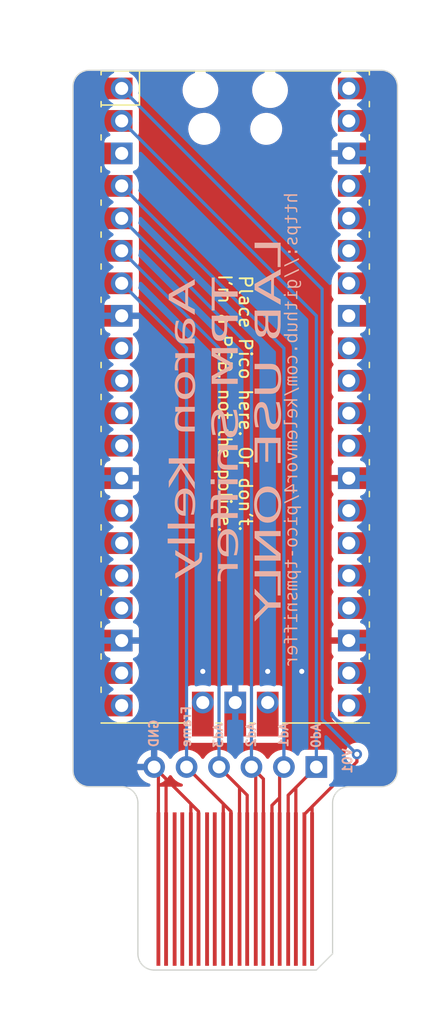
<source format=kicad_pcb>
(kicad_pcb (version 20240108) (generator "pcbnew") (generator_version "8.0")
  (layers (0 "F.Cu" signal) (31 "B.Cu" signal) (34 "B.Paste" user) (35 "F.Paste" user) (36 "B.SilkS" user "B.Silkscreen") (37 "F.SilkS" user "F.Silkscreen") (38 "B.Mask" user) (39 "F.Mask" user) (44 "Edge.Cuts" user))
  (net 0 "")
  (net 1 "Net-(U1-GPIO0)")
  (net 31 "GND")
  (net 33 "/LADD0")
  (net 34 "/LADD1")
  (net 35 "/LADD2")
  (net 36 "/LADD3")
  (net 37 "/LFRAME")
  (footprint "A1_TPM_Lib:pogo-p50-b1" (layer "F.Cu") (at 123.19 118.85)
    (property "Reference" "TP3" (hide yes))
    (property "Value" "LADD1")
    (pad "1" smd rect (at -0.3 6) (size 0.3 12) (layers "F.Cu" "F.Paste" "F.Mask") (net 34 "/LADD1"))
    (pad "1" smd rect (at 0.3 6) (size 0.3 12) (layers "F.Cu" "F.Paste" "F.Mask") (net 34 "/LADD1"))
  )
  (footprint "A1_TPM_Lib:pogo-p50-b1" (layer "F.Cu") (at 116.84 118.85)
    (property "Reference" "TP8" (hide yes))
    (property "Value" "GND")
    (pad "1" smd rect (at -0.3 6) (size 0.3 12) (layers "F.Cu" "F.Paste" "F.Mask") (net 31 "GND"))
    (pad "1" smd rect (at 0.3 6) (size 0.3 12) (layers "F.Cu" "F.Paste" "F.Mask") (net 31 "GND"))
  )
  (footprint "A1_TPM_Lib:pogo-p50-b1" (layer "F.Cu") (at 119.38 118.85)
    (property "Reference" "TP6" (hide yes))
    (property "Value" "LFRAME")
    (pad "1" smd rect (at -0.3 6) (size 0.3 12) (layers "F.Cu" "F.Paste" "F.Mask") (net 37 "/LFRAME"))
    (pad "1" smd rect (at 0.3 6) (size 0.3 12) (layers "F.Cu" "F.Paste" "F.Mask") (net 37 "/LFRAME"))
  )
  (footprint "MCU_RaspberryPi_and_Boards:RPi_Pico_SMD_TH" (layer "F.Cu") (at 120.015 86.36)
    (property "Reference" "U1" (hide yes))
    (property "Value" "Pico")
    (fp_line (start -10.5 -25.5) (end -10.5 -25.2) (stroke (width 0.12)) (layer "F.SilkS"))
    (fp_line (start -10.5 -25.5) (end 10.5 -25.5) (stroke (width 0.12)) (layer "F.SilkS"))
    (fp_line (start -10.5 -23.1) (end -10.5 -22.7) (stroke (width 0.12)) (layer "F.SilkS"))
    (fp_line (start -10.5 -22.833) (end -7.493 -22.833) (stroke (width 0.12)) (layer "F.SilkS"))
    (fp_line (start -10.5 -20.5) (end -10.5 -20.1) (stroke (width 0.12)) (layer "F.SilkS"))
    (fp_line (start -10.5 -18) (end -10.5 -17.6) (stroke (width 0.12)) (layer "F.SilkS"))
    (fp_line (start -10.5 -15.4) (end -10.5 -15) (stroke (width 0.12)) (layer "F.SilkS"))
    (fp_line (start -10.5 -12.9) (end -10.5 -12.5) (stroke (width 0.12)) (layer "F.SilkS"))
    (fp_line (start -10.5 -10.4) (end -10.5 -10) (stroke (width 0.12)) (layer "F.SilkS"))
    (fp_line (start -10.5 -7.8) (end -10.5 -7.4) (stroke (width 0.12)) (layer "F.SilkS"))
    (fp_line (start -10.5 -5.3) (end -10.5 -4.9) (stroke (width 0.12)) (layer "F.SilkS"))
    (fp_line (start -10.5 -2.7) (end -10.5 -2.3) (stroke (width 0.12)) (layer "F.SilkS"))
    (fp_line (start -10.5 -0.2) (end -10.5 0.2) (stroke (width 0.12)) (layer "F.SilkS"))
    (fp_line (start -10.5 2.3) (end -10.5 2.7) (stroke (width 0.12)) (layer "F.SilkS"))
    (fp_line (start -10.5 4.9) (end -10.5 5.3) (stroke (width 0.12)) (layer "F.SilkS"))
    (fp_line (start -10.5 7.4) (end -10.5 7.8) (stroke (width 0.12)) (layer "F.SilkS"))
    (fp_line (start -10.5 10) (end -10.5 10.4) (stroke (width 0.12)) (layer "F.SilkS"))
    (fp_line (start -10.5 12.5) (end -10.5 12.9) (stroke (width 0.12)) (layer "F.SilkS"))
    (fp_line (start -10.5 15.1) (end -10.5 15.5) (stroke (width 0.12)) (layer "F.SilkS"))
    (fp_line (start -10.5 17.6) (end -10.5 18) (stroke (width 0.12)) (layer "F.SilkS"))
    (fp_line (start -10.5 20.1) (end -10.5 20.5) (stroke (width 0.12)) (layer "F.SilkS"))
    (fp_line (start -10.5 22.7) (end -10.5 23.1) (stroke (width 0.12)) (layer "F.SilkS"))
    (fp_line (start -7.493 -22.833) (end -7.493 -25.5) (stroke (width 0.12)) (layer "F.SilkS"))
    (fp_line (start -3.7 25.5) (end -10.5 25.5) (stroke (width 0.12)) (layer "F.SilkS"))
    (fp_line (start -1.5 25.5) (end -1.1 25.5) (stroke (width 0.12)) (layer "F.SilkS"))
    (fp_line (start 1.1 25.5) (end 1.5 25.5) (stroke (width 0.12)) (layer "F.SilkS"))
    (fp_line (start 10.5 -25.5) (end 10.5 -25.2) (stroke (width 0.12)) (layer "F.SilkS"))
    (fp_line (start 10.5 -23.1) (end 10.5 -22.7) (stroke (width 0.12)) (layer "F.SilkS"))
    (fp_line (start 10.5 -20.5) (end 10.5 -20.1) (stroke (width 0.12)) (layer "F.SilkS"))
    (fp_line (start 10.5 -18) (end 10.5 -17.6) (stroke (width 0.12)) (layer "F.SilkS"))
    (fp_line (start 10.5 -15.4) (end 10.5 -15) (stroke (width 0.12)) (layer "F.SilkS"))
    (fp_line (start 10.5 -12.9) (end 10.5 -12.5) (stroke (width 0.12)) (layer "F.SilkS"))
    (fp_line (start 10.5 -10.4) (end 10.5 -10) (stroke (width 0.12)) (layer "F.SilkS"))
    (fp_line (start 10.5 -7.8) (end 10.5 -7.4) (stroke (width 0.12)) (layer "F.SilkS"))
    (fp_line (start 10.5 -5.3) (end 10.5 -4.9) (stroke (width 0.12)) (layer "F.SilkS"))
    (fp_line (start 10.5 -2.7) (end 10.5 -2.3) (stroke (width 0.12)) (layer "F.SilkS"))
    (fp_line (start 10.5 -0.2) (end 10.5 0.2) (stroke (width 0.12)) (layer "F.SilkS"))
    (fp_line (start 10.5 2.3) (end 10.5 2.7) (stroke (width 0.12)) (layer "F.SilkS"))
    (fp_line (start 10.5 4.9) (end 10.5 5.3) (stroke (width 0.12)) (layer "F.SilkS"))
    (fp_line (start 10.5 7.4) (end 10.5 7.8) (stroke (width 0.12)) (layer "F.SilkS"))
    (fp_line (start 10.5 10) (end 10.5 10.4) (stroke (width 0.12)) (layer "F.SilkS"))
    (fp_line (start 10.5 12.5) (end 10.5 12.9) (stroke (width 0.12)) (layer "F.SilkS"))
    (fp_line (start 10.5 15.1) (end 10.5 15.5) (stroke (width 0.12)) (layer "F.SilkS"))
    (fp_line (start 10.5 17.6) (end 10.5 18) (stroke (width 0.12)) (layer "F.SilkS"))
    (fp_line (start 10.5 20.1) (end 10.5 20.5) (stroke (width 0.12)) (layer "F.SilkS"))
    (fp_line (start 10.5 22.7) (end 10.5 23.1) (stroke (width 0.12)) (layer "F.SilkS"))
    (fp_line (start 10.5 25.5) (end 3.7 25.5) (stroke (width 0.12)) (layer "F.SilkS"))
    (pad "" np_thru_hole oval (at -2.725 -24) (size 1.8 1.8) (drill 1.8) (layers "*.Cu" "*.Mask"))
    (pad "" np_thru_hole oval (at -2.425 -20.97) (size 1.5 1.5) (drill 1.5) (layers "*.Cu" "*.Mask"))
    (pad "" np_thru_hole oval (at 2.425 -20.97) (size 1.5 1.5) (drill 1.5) (layers "*.Cu" "*.Mask"))
    (pad "" np_thru_hole oval (at 2.725 -24) (size 1.8 1.8) (drill 1.8) (layers "*.Cu" "*.Mask"))
    (pad "1" thru_hole oval (at -8.89 -24.13) (size 1.7 1.7) (drill 1.02) (layers "*.Cu" "*.Mask") (net 1 "Net-(U1-GPIO0)"))
    (pad "1" smd rect (at -8.89 -24.13) (size 3.5 1.7) (drill (offset -0.9 0)) (layers "F.Cu" "F.Mask") (net 1 "Net-(U1-GPIO0)"))
    (pad "2" thru_hole oval (at -8.89 -21.59) (size 1.7 1.7) (drill 1.02) (layers "*.Cu" "*.Mask") (net 33 "/LADD0"))
    (pad "2" smd rect (at -8.89 -21.59) (size 3.5 1.7) (drill (offset -0.9 0)) (layers "F.Cu" "F.Mask") (net 33 "/LADD0"))
    (pad "3" thru_hole rect (at -8.89 -19.05) (size 1.7 1.7) (drill 1.02) (layers "*.Cu" "*.Mask"))
    (pad "3" smd rect (at -8.89 -19.05) (size 3.5 1.7) (drill (offset -0.9 0)) (layers "F.Cu" "F.Mask"))
    (pad "4" thru_hole oval (at -8.89 -16.51) (size 1.7 1.7) (drill 1.02) (layers "*.Cu" "*.Mask") (net 34 "/LADD1"))
    (pad "4" smd rect (at -8.89 -16.51) (size 3.5 1.7) (drill (offset -0.9 0)) (layers "F.Cu" "F.Mask") (net 34 "/LADD1"))
    (pad "5" thru_hole oval (at -8.89 -13.97) (size 1.7 1.7) (drill 1.02) (layers "*.Cu" "*.Mask") (net 35 "/LADD2"))
    (pad "5" smd rect (at -8.89 -13.97) (size 3.5 1.7) (drill (offset -0.9 0)) (layers "F.Cu" "F.Mask") (net 35 "/LADD2"))
    (pad "6" thru_hole oval (at -8.89 -11.43) (size 1.7 1.7) (drill 1.02) (layers "*.Cu" "*.Mask") (net 36 "/LADD3"))
    (pad "6" smd rect (at -8.89 -11.43) (size 3.5 1.7) (drill (offset -0.9 0)) (layers "F.Cu" "F.Mask") (net 36 "/LADD3"))
    (pad "7" thru_hole oval (at -8.89 -8.89) (size 1.7 1.7) (drill 1.02) (layers "*.Cu" "*.Mask") (net 37 "/LFRAME"))
    (pad "7" smd rect (at -8.89 -8.89) (size 3.5 1.7) (drill (offset -0.9 0)) (layers "F.Cu" "F.Mask") (net 37 "/LFRAME"))
    (pad "8" thru_hole rect (at -8.89 -6.35) (size 1.7 1.7) (drill 1.02) (layers "*.Cu" "*.Mask") (net 31 "GND"))
    (pad "8" smd rect (at -8.89 -6.35) (size 3.5 1.7) (drill (offset -0.9 0)) (layers "F.Cu" "F.Mask") (net 31 "GND"))
    (pad "9" thru_hole oval (at -8.89 -3.81) (size 1.7 1.7) (drill 1.02) (layers "*.Cu" "*.Mask"))
    (pad "9" smd rect (at -8.89 -3.81) (size 3.5 1.7) (drill (offset -0.9 0)) (layers "F.Cu" "F.Mask"))
    (pad "10" thru_hole oval (at -8.89 -1.27) (size 1.7 1.7) (drill 1.02) (layers "*.Cu" "*.Mask"))
    (pad "10" smd rect (at -8.89 -1.27) (size 3.5 1.7) (drill (offset -0.9 0)) (layers "F.Cu" "F.Mask"))
    (pad "11" thru_hole oval (at -8.89 1.27) (size 1.7 1.7) (drill 1.02) (layers "*.Cu" "*.Mask"))
    (pad "11" smd rect (at -8.89 1.27) (size 3.5 1.7) (drill (offset -0.9 0)) (layers "F.Cu" "F.Mask"))
    (pad "12" thru_hole oval (at -8.89 3.81) (size 1.7 1.7) (drill 1.02) (layers "*.Cu" "*.Mask"))
    (pad "12" smd rect (at -8.89 3.81) (size 3.5 1.7) (drill (offset -0.9 0)) (layers "F.Cu" "F.Mask"))
    (pad "13" thru_hole rect (at -8.89 6.35) (size 1.7 1.7) (drill 1.02) (layers "*.Cu" "*.Mask") (net 31 "GND"))
    (pad "13" smd rect (at -8.89 6.35) (size 3.5 1.7) (drill (offset -0.9 0)) (layers "F.Cu" "F.Mask") (net 31 "GND"))
    (pad "14" thru_hole oval (at -8.89 8.89) (size 1.7 1.7) (drill 1.02) (layers "*.Cu" "*.Mask"))
    (pad "14" smd rect (at -8.89 8.89) (size 3.5 1.7) (drill (offset -0.9 0)) (layers "F.Cu" "F.Mask"))
    (pad "15" thru_hole oval (at -8.89 11.43) (size 1.7 1.7) (drill 1.02) (layers "*.Cu" "*.Mask"))
    (pad "15" smd rect (at -8.89 11.43) (size 3.5 1.7) (drill (offset -0.9 0)) (layers "F.Cu" "F.Mask"))
    (pad "16" thru_hole oval (at -8.89 13.97) (size 1.7 1.7) (drill 1.02) (layers "*.Cu" "*.Mask"))
    (pad "16" smd rect (at -8.89 13.97) (size 3.5 1.7) (drill (offset -0.9 0)) (layers "F.Cu" "F.Mask"))
    (pad "17" thru_hole oval (at -8.89 16.51) (size 1.7 1.7) (drill 1.02) (layers "*.Cu" "*.Mask"))
    (pad "17" smd rect (at -8.89 16.51) (size 3.5 1.7) (drill (offset -0.9 0)) (layers "F.Cu" "F.Mask"))
    (pad "18" thru_hole rect (at -8.89 19.05) (size 1.7 1.7) (drill 1.02) (layers "*.Cu" "*.Mask") (net 31 "GND"))
    (pad "18" smd rect (at -8.89 19.05) (size 3.5 1.7) (drill (offset -0.9 0)) (layers "F.Cu" "F.Mask") (net 31 "GND"))
    (pad "19" thru_hole oval (at -8.89 21.59) (size 1.7 1.7) (drill 1.02) (layers "*.Cu" "*.Mask"))
    (pad "19" smd rect (at -8.89 21.59) (size 3.5 1.7) (drill (offset -0.9 0)) (layers "F.Cu" "F.Mask"))
    (pad "20" thru_hole oval (at -8.89 24.13) (size 1.7 1.7) (drill 1.02) (layers "*.Cu" "*.Mask"))
    (pad "20" smd rect (at -8.89 24.13) (size 3.5 1.7) (drill (offset -0.9 0)) (layers "F.Cu" "F.Mask"))
    (pad "21" thru_hole oval (at 8.89 24.13) (size 1.7 1.7) (drill 1.02) (layers "*.Cu" "*.Mask"))
    (pad "21" smd rect (at 8.89 24.13) (size 3.5 1.7) (drill (offset 0.9 0)) (layers "F.Cu" "F.Mask"))
    (pad "22" thru_hole oval (at 8.89 21.59) (size 1.7 1.7) (drill 1.02) (layers "*.Cu" "*.Mask"))
    (pad "22" smd rect (at 8.89 21.59) (size 3.5 1.7) (drill (offset 0.9 0)) (layers "F.Cu" "F.Mask"))
    (pad "23" thru_hole rect (at 8.89 19.05) (size 1.7 1.7) (drill 1.02) (layers "*.Cu" "*.Mask") (net 31 "GND"))
    (pad "23" smd rect (at 8.89 19.05) (size 3.5 1.7) (drill (offset 0.9 0)) (layers "F.Cu" "F.Mask") (net 31 "GND"))
    (pad "24" thru_hole oval (at 8.89 16.51) (size 1.7 1.7) (drill 1.02) (layers "*.Cu" "*.Mask"))
    (pad "24" smd rect (at 8.89 16.51) (size 3.5 1.7) (drill (offset 0.9 0)) (layers "F.Cu" "F.Mask"))
    (pad "25" thru_hole oval (at 8.89 13.97) (size 1.7 1.7) (drill 1.02) (layers "*.Cu" "*.Mask"))
    (pad "25" smd rect (at 8.89 13.97) (size 3.5 1.7) (drill (offset 0.9 0)) (layers "F.Cu" "F.Mask"))
    (pad "26" thru_hole oval (at 8.89 11.43) (size 1.7 1.7) (drill 1.02) (layers "*.Cu" "*.Mask"))
    (pad "26" smd rect (at 8.89 11.43) (size 3.5 1.7) (drill (offset 0.9 0)) (layers "F.Cu" "F.Mask"))
    (pad "27" thru_hole oval (at 8.89 8.89) (size 1.7 1.7) (drill 1.02) (layers "*.Cu" "*.Mask"))
    (pad "27" smd rect (at 8.89 8.89) (size 3.5 1.7) (drill (offset 0.9 0)) (layers "F.Cu" "F.Mask"))
    (pad "28" thru_hole rect (at 8.89 6.35) (size 1.7 1.7) (drill 1.02) (layers "*.Cu" "*.Mask") (net 31 "GND"))
    (pad "28" smd rect (at 8.89 6.35) (size 3.5 1.7) (drill (offset 0.9 0)) (layers "F.Cu" "F.Mask") (net 31 "GND"))
    (pad "29" thru_hole oval (at 8.89 3.81) (size 1.7 1.7) (drill 1.02) (layers "*.Cu" "*.Mask"))
    (pad "29" smd rect (at 8.89 3.81) (size 3.5 1.7) (drill (offset 0.9 0)) (layers "F.Cu" "F.Mask"))
    (pad "30" thru_hole oval (at 8.89 1.27) (size 1.7 1.7) (drill 1.02) (layers "*.Cu" "*.Mask"))
    (pad "30" smd rect (at 8.89 1.27) (size 3.5 1.7) (drill (offset 0.9 0)) (layers "F.Cu" "F.Mask"))
    (pad "31" thru_hole oval (at 8.89 -1.27) (size 1.7 1.7) (drill 1.02) (layers "*.Cu" "*.Mask"))
    (pad "31" smd rect (at 8.89 -1.27) (size 3.5 1.7) (drill (offset 0.9 0)) (layers "F.Cu" "F.Mask"))
    (pad "32" thru_hole oval (at 8.89 -3.81) (size 1.7 1.7) (drill 1.02) (layers "*.Cu" "*.Mask"))
    (pad "32" smd rect (at 8.89 -3.81) (size 3.5 1.7) (drill (offset 0.9 0)) (layers "F.Cu" "F.Mask"))
    (pad "33" thru_hole rect (at 8.89 -6.35) (size 1.7 1.7) (drill 1.02) (layers "*.Cu" "*.Mask"))
    (pad "33" smd rect (at 8.89 -6.35) (size 3.5 1.7) (drill (offset 0.9 0)) (layers "F.Cu" "F.Mask"))
    (pad "34" thru_hole oval (at 8.89 -8.89) (size 1.7 1.7) (drill 1.02) (layers "*.Cu" "*.Mask"))
    (pad "34" smd rect (at 8.89 -8.89) (size 3.5 1.7) (drill (offset 0.9 0)) (layers "F.Cu" "F.Mask"))
    (pad "35" thru_hole oval (at 8.89 -11.43) (size 1.7 1.7) (drill 1.02) (layers "*.Cu" "*.Mask"))
    (pad "35" smd rect (at 8.89 -11.43) (size 3.5 1.7) (drill (offset 0.9 0)) (layers "F.Cu" "F.Mask"))
    (pad "36" thru_hole oval (at 8.89 -13.97) (size 1.7 1.7) (drill 1.02) (layers "*.Cu" "*.Mask"))
    (pad "36" smd rect (at 8.89 -13.97) (size 3.5 1.7) (drill (offset 0.9 0)) (layers "F.Cu" "F.Mask"))
    (pad "37" thru_hole oval (at 8.89 -16.51) (size 1.7 1.7) (drill 1.02) (layers "*.Cu" "*.Mask"))
    (pad "37" smd rect (at 8.89 -16.51) (size 3.5 1.7) (drill (offset 0.9 0)) (layers "F.Cu" "F.Mask"))
    (pad "38" thru_hole rect (at 8.89 -19.05) (size 1.7 1.7) (drill 1.02) (layers "*.Cu" "*.Mask") (net 31 "GND"))
    (pad "38" smd rect (at 8.89 -19.05) (size 3.5 1.7) (drill (offset 0.9 0)) (layers "F.Cu" "F.Mask") (net 31 "GND"))
    (pad "39" thru_hole oval (at 8.89 -21.59) (size 1.7 1.7) (drill 1.02) (layers "*.Cu" "*.Mask"))
    (pad "39" smd rect (at 8.89 -21.59) (size 3.5 1.7) (drill (offset 0.9 0)) (layers "F.Cu" "F.Mask"))
    (pad "40" thru_hole oval (at 8.89 -24.13) (size 1.7 1.7) (drill 1.02) (layers "*.Cu" "*.Mask"))
    (pad "40" smd rect (at 8.89 -24.13) (size 3.5 1.7) (drill (offset 0.9 0)) (layers "F.Cu" "F.Mask"))
    (pad "41" thru_hole oval (at -2.54 23.9) (size 1.7 1.7) (drill 1.02) (layers "*.Cu" "*.Mask"))
    (pad "41" smd rect (at -2.54 23.9 90) (size 3.5 1.7) (drill (offset -0.9 0)) (layers "F.Cu" "F.Mask"))
    (pad "42" thru_hole rect (at 0 23.9) (size 1.7 1.7) (drill 1.02) (layers "*.Cu" "*.Mask") (net 31 "GND"))
    (pad "42" smd rect (at 0 23.9 90) (size 3.5 1.7) (drill (offset -0.9 0)) (layers "F.Cu" "F.Mask") (net 31 "GND"))
    (pad "43" thru_hole oval (at 2.54 23.9) (size 1.7 1.7) (drill 1.02) (layers "*.Cu" "*.Mask"))
    (pad "43" smd rect (at 2.54 23.9 90) (size 3.5 1.7) (drill (offset -0.9 0)) (layers "F.Cu" "F.Mask"))
  )
  (footprint "A1_TPM_Lib:pogo-p50-b1" (layer "F.Cu") (at 114.3 118.85)
    (property "Reference" "TP10" (hide yes))
    (property "Value" "GND")
    (pad "1" smd rect (at -0.3 6) (size 0.3 12) (layers "F.Cu" "F.Paste" "F.Mask") (net 31 "GND"))
    (pad "1" smd rect (at 0.3 6) (size 0.3 12) (layers "F.Cu" "F.Paste" "F.Mask") (net 31 "GND"))
  )
  (footprint "A1_TPM_Lib:pogo-p50-b1" (layer "F.Cu") (at 118.11 118.85)
    (property "Reference" "TP7" (hide yes))
    (property "Value" "Unused (RST)")
    (pad "1" smd rect (at -0.3 6) (size 0.3 12) (layers "F.Cu" "F.Paste" "F.Mask"))
    (pad "1" smd rect (at 0.3 6) (size 0.3 12) (layers "F.Cu" "F.Paste" "F.Mask"))
  )
  (footprint "A1_TPM_Lib:pogo-p50-b1" (layer "F.Cu") (at 124.46 118.85)
    (property "Reference" "TP2" (hide yes))
    (property "Value" "LADD0")
    (pad "1" smd rect (at -0.3 6) (size 0.3 12) (layers "F.Cu" "F.Paste" "F.Mask") (net 33 "/LADD0"))
    (pad "1" smd rect (at 0.3 6) (size 0.3 12) (layers "F.Cu" "F.Paste" "F.Mask") (net 33 "/LADD0"))
  )
  (footprint "A1_TPM_Lib:pogo-p50-b1" (layer "F.Cu") (at 120.65 118.85)
    (property "Reference" "TP5" (hide yes))
    (property "Value" "LADD3")
    (pad "1" smd rect (at -0.3 6) (size 0.3 12) (layers "F.Cu" "F.Paste" "F.Mask") (net 36 "/LADD3"))
    (pad "1" smd rect (at 0.3 6) (size 0.3 12) (layers "F.Cu" "F.Paste" "F.Mask") (net 36 "/LADD3"))
  )
  (footprint "A1_TPM_Lib:pogo-p50-b1" (layer "F.Cu") (at 115.57 118.85)
    (property "Reference" "TP9" (hide yes))
    (property "Value" "Unknown")
    (pad "1" smd rect (at -0.3 6) (size 0.3 12) (layers "F.Cu" "F.Paste" "F.Mask"))
    (pad "1" smd rect (at 0.3 6) (size 0.3 12) (layers "F.Cu" "F.Paste" "F.Mask"))
  )
  (footprint "A1_TPM_Lib:pogo-p50-b1" (layer "F.Cu") (at 121.92 118.85)
    (property "Reference" "TP4" (hide yes))
    (property "Value" "LADD2")
    (pad "1" smd rect (at -0.3 6) (size 0.3 12) (layers "F.Cu" "F.Paste" "F.Mask") (net 35 "/LADD2"))
    (pad "1" smd rect (at 0.3 6) (size 0.3 12) (layers "F.Cu" "F.Paste" "F.Mask") (net 35 "/LADD2"))
  )
  (footprint "A1_TPM_Lib:pogo-p50-b1" (layer "F.Cu") (at 125.73 118.85)
    (property "Reference" "TP1" (hide yes))
    (property "Value" "3.3V for check")
    (pad "1" smd rect (at -0.3 6) (size 0.3 12) (layers "F.Cu" "F.Paste" "F.Mask") (net 1 "Net-(U1-GPIO0)"))
    (pad "1" smd rect (at 0.3 6) (size 0.3 12) (layers "F.Cu" "F.Paste" "F.Mask") (net 1 "Net-(U1-GPIO0)"))
  )
  (footprint "Connector_PinSocket_2.54mm:PinSocket_1x06_P2.54mm_Vertical" (layer "B.Cu") (at 126.365 115.3 90)
    (property "Reference" "J1" (hide yes))
    (property "Value" "Conn_01x06_Pin")
    (pad "1" thru_hole rect (at 0 0 90) (size 1.7 1.7) (drill 1) (layers "*.Cu" "*.Mask") (net 33 "/LADD0"))
    (pad "2" thru_hole oval (at 0 -2.54 90) (size 1.7 1.7) (drill 1) (layers "*.Cu" "*.Mask") (net 34 "/LADD1"))
    (pad "3" thru_hole oval (at 0 -5.08 90) (size 1.7 1.7) (drill 1) (layers "*.Cu" "*.Mask") (net 35 "/LADD2"))
    (pad "4" thru_hole oval (at 0 -7.62 90) (size 1.7 1.7) (drill 1) (layers "*.Cu" "*.Mask") (net 36 "/LADD3"))
    (pad "5" thru_hole oval (at 0 -10.16 90) (size 1.7 1.7) (drill 1) (layers "*.Cu" "*.Mask") (net 37 "/LFRAME"))
    (pad "6" thru_hole oval (at 0 -12.7 90) (size 1.7 1.7) (drill 1) (layers "*.Cu" "*.Mask") (net 31 "GND"))
  )
  (gr_arc (start 108.585 116.84) (mid 107.686974 116.468026) (end 107.315 115.57) (stroke (width 0.1)) (layer "Edge.Cuts"))
  (gr_line (start 108.585 60.8076) (end 131.445 60.8076) (stroke (width 0.1)) (layer "Edge.Cuts"))
  (gr_line (start 111.125 116.84) (end 108.585 116.84) (stroke (width 0.1)) (layer "Edge.Cuts"))
  (gr_arc (start 107.315 62.0776) (mid 107.686974 61.179574) (end 108.585 60.8076) (stroke (width 0.1)) (layer "Edge.Cuts"))
  (gr_line (start 112.395 129.911974) (end 112.395 118.11) (stroke (width 0.1)) (layer "Edge.Cuts"))
  (gr_arc (start 132.715 115.57) (mid 132.343026 116.468026) (end 131.445 116.84) (stroke (width 0.1)) (layer "Edge.Cuts"))
  (gr_line (start 128.905 116.84) (end 131.445 116.84) (stroke (width 0.1)) (layer "Edge.Cuts"))
  (gr_arc (start 127.635 118.11) (mid 128.006974 117.211974) (end 128.905 116.84) (stroke (width 0.1)) (layer "Edge.Cuts"))
  (gr_line (start 113.665 131.181974) (end 126.365 131.181974) (stroke (width 0.1)) (layer "Edge.Cuts"))
  (gr_arc (start 111.125 116.84) (mid 112.023026 117.211974) (end 112.395 118.11) (stroke (width 0.1)) (layer "Edge.Cuts"))
  (gr_arc (start 113.665 131.181974) (mid 112.766974 130.81) (end 112.395 129.911974) (stroke (width 0.1)) (layer "Edge.Cuts"))
  (gr_arc (start 131.445 60.8076) (mid 132.343026 61.179574) (end 132.715 62.0776) (stroke (width 0.1)) (layer "Edge.Cuts"))
  (gr_line (start 127.635 129.911974) (end 126.365 131.181974) (stroke (width 0.1)) (layer "Edge.Cuts"))
  (gr_line (start 107.315 115.57) (end 107.315 62.0776) (stroke (width 0.1)) (layer "Edge.Cuts"))
  (gr_line (start 127.635 129.911974) (end 127.635 118.11) (stroke (width 0.1)) (layer "Edge.Cuts"))
  (gr_line (start 132.715 115.57) (end 132.715 62.0776) (stroke (width 0.1)) (layer "Edge.Cuts"))
  (gr_text "GND" (at 113.64 113.84 90) (layer "B.SilkS") (effects (font (size 0.7 0.7)) (justify right mirror)))
  (gr_text "Frame" (at 116.18 113.84 90) (layer "B.SilkS") (effects (font (size 0.7 0.7)) (justify right mirror)))
  (gr_text "Ad3" (at 118.69 113.9 90) (layer "B.SilkS") (effects (font (size 0.7 0.7)) (justify right mirror)))
  (gr_text "Aaron Kelly\nTPM Sniffer\nLAB USE ONLY" (at 119.38 88.9 90) (layer "B.SilkS") (effects (font (size 2 3)) (justify mirror)))
  (gr_text "Ad1" (at 123.8 113.84 90) (layer "B.SilkS") (effects (font (size 0.7 0.7)) (justify right mirror)))
  (gr_text "Ad2" (at 121.26 113.84 90) (layer "B.SilkS") (effects (font (size 0.7 0.7)) (justify right mirror)))
  (gr_text "https://github.com/kelemvor4/pico-tpmsniffer" (at 124.46 88.9 90) (layer "B.SilkS") (effects (font (size 1 1)) (justify mirror)))
  (gr_text "V01" (at 128.8 115.9 90) (layer "B.SilkS") (effects (font (size 0.7 0.7)) (justify right mirror)))
  (gr_text "Ad0" (at 126.34 113.9 90) (layer "B.SilkS") (effects (font (size 0.7 0.7)) (justify right mirror)))
  (gr_text "Place Pico here. Or don't.\nI'm a PCB, not the police." (at 118.618 86.868 270) (layer "F.SilkS") (effects (font (size 1 1)) (justify bottom)))
  (segment (start 126.03 118.4) (end 126.215 118.215) (width 0.25) (layer "F.Cu") (net 1))
  (segment (start 129.54 114.89) (end 129.54 114.3) (width 0.25) (layer "F.Cu") (net 1))
  (segment (start 126.03 124.85) (end 126.03 118.4) (width 0.25) (layer "F.Cu") (net 1))
  (segment (start 126.215 118.215) (end 125.43 119) (width 0.25) (layer "F.Cu") (net 1))
  (segment (start 127.54 116.89) (end 126.215 118.215) (width 0.25) (layer "F.Cu") (net 1))
  (segment (start 125.43 119) (end 125.43 124.85) (width 0.25) (layer "F.Cu") (net 1))
  (segment (start 127.54 116.89) (end 129.54 114.89) (width 0.25) (layer "F.Cu") (net 1))
  (via (at 129.54 114.3) (size 0.8) (drill 0.4) (layers "F.Cu" "B.Cu") (net 1))
  (segment (start 126.815 111.575) (end 126.815 77.92) (width 0.25) (layer "B.Cu") (net 1))
  (segment (start 129.54 114.3) (end 126.815 111.575) (width 0.25) (layer "B.Cu") (net 1))
  (segment (start 126.815 77.92) (end 111.125 62.23) (width 0.25) (layer "B.Cu") (net 1))
  (segment (start 114.6 116.235) (end 113.665 115.3) (width 0.25) (layer "F.Cu") (net 31))
  (segment (start 114.6 124.85) (end 114.6 116.235) (width 0.25) (layer "F.Cu") (net 31))
  (segment (start 114 115.635) (end 113.665 115.3) (width 0.25) (layer "F.Cu") (net 31))
  (segment (start 116.54 124.85) (end 116.54 118.175) (width 0.25) (layer "F.Cu") (net 31))
  (segment (start 117.14 118.775) (end 117.14 124.85) (width 0.25) (layer "F.Cu") (net 31))
  (segment (start 116.54 118.175) (end 113.665 115.3) (width 0.25) (layer "F.Cu") (net 31))
  (segment (start 113.665 115.3) (end 117.14 118.775) (width 0.25) (layer "F.Cu") (net 31))
  (segment (start 114 124.85) (end 114 115.635) (width 0.25) (layer "F.Cu") (net 31))
  (via (at 117.475 107.823) (size 0.8) (drill 0.4) (layers "F.Cu" "B.Cu") (net 31))
  (via (at 122.555 107.823) (size 0.8) (drill 0.4) (layers "F.Cu" "B.Cu") (net 31))
  (via (at 125.222 107.823) (size 0.8) (drill 0.4) (layers "F.Cu" "B.Cu") (net 31))
  (segment (start 124.16 117.505) (end 124.76 116.905) (width 0.25) (layer "F.Cu") (net 33))
  (segment (start 124.76 124.85) (end 124.76 116.905) (width 0.25) (layer "F.Cu") (net 33))
  (segment (start 124.76 116.905) (end 126.365 115.3) (width 0.25) (layer "F.Cu") (net 33))
  (segment (start 124.16 124.85) (end 124.16 117.505) (width 0.25) (layer "F.Cu") (net 33))
  (segment (start 111.125 64.77) (end 126.365 80.01) (width 0.25) (layer "B.Cu") (net 33))
  (segment (start 126.365 80.01) (end 126.365 115.3) (width 0.25) (layer "B.Cu") (net 33))
  (segment (start 122.89 124.85) (end 122.89 118.3) (width 0.25) (layer "F.Cu") (net 34))
  (segment (start 123.49 115.635) (end 123.825 115.3) (width 0.25) (layer "F.Cu") (net 34))
  (segment (start 123.49 117.7) (end 123.49 115.635) (width 0.25) (layer "F.Cu") (net 34))
  (segment (start 122.89 118.3) (end 123.49 117.7) (width 0.25) (layer "F.Cu") (net 34))
  (segment (start 123.49 124.85) (end 123.49 117.7) (width 0.25) (layer "F.Cu") (net 34))
  (segment (start 123.825 82.55) (end 123.825 115.3) (width 0.25) (layer "B.Cu") (net 34))
  (segment (start 111.125 69.85) (end 123.825 82.55) (width 0.25) (layer "B.Cu") (net 34))
  (segment (start 121.62 124.85) (end 121.62 115.635) (width 0.25) (layer "F.Cu") (net 35))
  (segment (start 122.22 116.235) (end 121.285 115.3) (width 0.25) (layer "F.Cu") (net 35))
  (segment (start 121.62 115.635) (end 121.285 115.3) (width 0.25) (layer "F.Cu") (net 35))
  (segment (start 122.22 124.85) (end 122.22 116.235) (width 0.25) (layer "F.Cu") (net 35))
  (segment (start 111.125 72.39) (end 121.285 82.55) (width 0.25) (layer "B.Cu") (net 35))
  (segment (start 121.285 82.55) (end 121.285 115.3) (width 0.25) (layer "B.Cu") (net 35))
  (segment (start 120.95 117.505) (end 118.745 115.3) (width 0.25) (layer "F.Cu") (net 36))
  (segment (start 120.95 124.85) (end 120.95 117.505) (width 0.25) (layer "F.Cu") (net 36))
  (segment (start 120.35 124.85) (end 120.35 116.905) (width 0.25) (layer "F.Cu") (net 36))
  (segment (start 120.35 116.905) (end 118.745 115.3) (width 0.25) (layer "F.Cu") (net 36))
  (segment (start 111.125 74.93) (end 118.745 82.55) (width 0.25) (layer "B.Cu") (net 36))
  (segment (start 118.745 82.55) (end 118.745 115.3) (width 0.25) (layer "B.Cu") (net 36))
  (segment (start 119.08 118.175) (end 116.205 115.3) (width 0.25) (layer "F.Cu") (net 37))
  (segment (start 119.08 124.85) (end 119.08 118.175) (width 0.25) (layer "F.Cu") (net 37))
  (segment (start 119.68 118.775) (end 116.205 115.3) (width 0.25) (layer "F.Cu") (net 37))
  (segment (start 119.68 124.85) (end 119.68 118.775) (width 0.25) (layer "F.Cu") (net 37))
  (segment (start 116.205 82.55) (end 116.205 115.3) (width 0.25) (layer "B.Cu") (net 37))
  (segment (start 111.125 77.47) (end 116.205 82.55) (width 0.25) (layer "B.Cu") (net 37))
  (zone (net 31) (net_name "GND") (layers "F&B.Cu") (connect_pads (clearance 0.5)) (min_thickness 0.25) (fill yes (thermal_gap 0.5) (thermal_bridge_width 0.5))
    (polygon (pts (xy 101.6 58.42) (xy 134.62 58.42) (xy 134.62 116.84) (xy 101.6 116.84)))
  )
)
</source>
